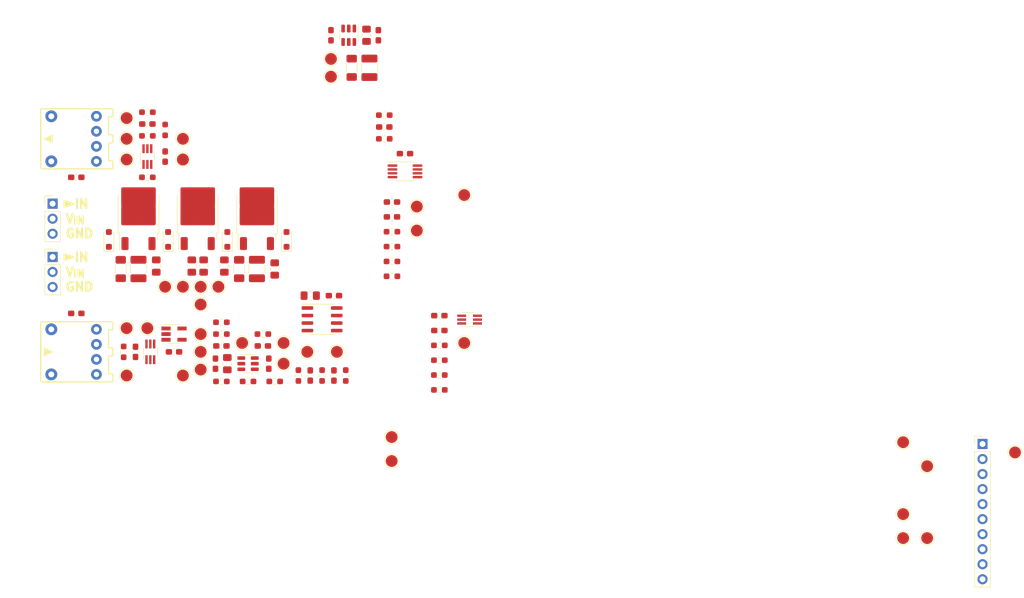
<source format=kicad_pcb>
(kicad_pcb (version 20221018) (generator pcbnew)
  (layers (0 "F.Cu" signal) (31 "B.Cu" signal) (34 "B.Paste" user) (35 "F.Paste" user) (36 "B.SilkS" user "B.Silkscreen") (37 "F.SilkS" user "F.Silkscreen") (38 "B.Mask" user) (39 "F.Mask" user) (44 "Edge.Cuts" user))
  (net 0 "")
  (net 1 "+5V")
  (net 2 "GND")
  (net 3 "/Square Wave Input/LED")
  (net 4 "Net-(C3-Pad2)")
  (net 5 "+3.3V")
  (net 6 "/Integrator Ramp Generator/V_{SERVO}")
  (net 7 "Net-(C7-Pad1)")
  (net 8 "Net-(C7-Pad2)")
  (net 9 "Net-(C8-Pad1)")
  (net 10 "Net-(C9-Pad1)")
  (net 11 "/RAMP")
  (net 12 "Net-(U7A-+)")
  (net 13 "Net-(U7B-+)")
  (net 14 "V_{REF}")
  (net 15 "/PWM to Voltage Converter/PWM_VOLTS")
  (net 16 "Net-(U9B-+)")
  (net 17 "Net-(U9B--)")
  (net 18 "/+5V_ANA")
  (net 19 "Net-(D2-K)")
  (net 20 "Net-(D3-K)")
  (net 21 "Net-(U13-VDD)")
  (net 22 "Net-(U9A-+)")
  (net 23 "Net-(D1-K)")
  (net 24 "/V_{IN}")
  (net 25 "/SQUARE_IN")
  (net 26 "/HALF_V_{REF}")
  (net 27 "/PWM_MAX")
  (net 28 "/PWM_MIN")
  (net 29 "Net-(U1-OUT(OC{slash}TTL))")
  (net 30 "/Square Wave Input/Y")
  (net 31 "/Square Wave Input/TTL")
  (net 32 "Net-(U8-A)")
  (net 33 "Net-(U8-C)")
  (net 34 "Net-(U8-B)")
  (net 35 "Net-(U8-Y)")
  (net 36 "Net-(U6B-~{ENABLE})")
  (net 37 "/Integrator Ramp Generator/SQUARE")
  (footprint "Resistor_SMD:R_0603_1608Metric_Pad0.98x0.95mm_HandSolder" (layer "F.Cu") (at 164.8 85.42)
    (fp_text reference "R15" hide)
    (fp_text value "0R")
    (pad "1" smd roundrect (at -0.9125 0) (size 0.975 0.95) (layers "F.Cu" "F.Paste" "F.Mask") (net 34 "Net-(U8-B)"))
    (pad "2" smd roundrect (at 0.9125 0) (size 0.975 0.95) (layers "F.Cu" "F.Paste" "F.Mask") (net 2 "GND"))
  )
  (footprint "Capacitor_SMD:C_1210_3225Metric_Pad1.33x2.70mm_HandSolder" (layer "F.Cu") (at 153 33.5 90)
    (fp_text reference "C27" hide)
    (fp_text value "22u")
    (pad "1" smd roundrect (at -1.5625 0 90) (size 1.325 2.7) (layers "F.Cu" "F.Paste" "F.Mask") (roundrect_rratio 0.188679) (net 21 "Net-(U13-VDD)"))
    (pad "2" smd roundrect (at 1.5625 0 90) (size 1.325 2.7) (layers "F.Cu" "F.Paste" "F.Mask") (roundrect_rratio 0.188679) (net 2 "GND"))
  )
  (footprint "TestPoint:TestPoint_Pad_D2.0mm" (layer "F.Cu") (at 243.1125 112.97)
    (fp_text reference "TP31" hide)
    (fp_text value "-")
    (pad "1" smd circle (at 0 0) (size 2 2) (layers "F.Cu" "F.Mask") (net 22 "Net-(U9A-+)"))
  )
  (footprint "Capacitor_SMD:C_0603_1608Metric_Pad1.08x0.95mm_HandSolder" (layer "F.Cu") (at 155.5 43.5 180)
    (fp_text reference "C32" hide)
    (fp_text value "100n")
    (pad "1" smd roundrect (at -0.8625 0 180) (size 1.075 0.95) (layers "F.Cu" "F.Paste" "F.Mask") (net 22 "Net-(U9A-+)"))
    (pad "2" smd roundrect (at 0.8625 0 180) (size 1.075 0.95) (layers "F.Cu" "F.Paste" "F.Mask") (net 2 "GND"))
  )
  (footprint "Package_TO_SOT_SMD:SOT-363_SC-70-6_Handsoldering" (layer "F.Cu") (at 116 81.5 90)
    (fp_text reference "U3" hide)
    (fp_text value "74LVC1G97")
    (pad "1" smd rect (at -1.33 -0.65 90) (size 1.5 0.4) (layers "F.Cu" "F.Paste" "F.Mask") (net 29 "Net-(U1-OUT(OC{slash}TTL))"))
    (pad "2" smd rect (at -1.33 0 90) (size 1.5 0.4) (layers "F.Cu" "F.Paste" "F.Mask") (net 2 "GND"))
    (pad "3" smd rect (at -1.33 0.65 90) (size 1.5 0.4) (layers "F.Cu" "F.Paste" "F.Mask") (net 2 "GND"))
    (pad "4" smd rect (at 1.33 0.65 90) (size 1.5 0.4) (layers "F.Cu" "F.Paste" "F.Mask") (net 37 "/Integrator Ramp Generator/SQUARE"))
    (pad "5" smd rect (at 1.33 0 90) (size 1.5 0.4) (layers "F.Cu" "F.Paste" "F.Mask") (net 5 "+3.3V"))
    (pad "6" smd rect (at 1.33 -0.65 90) (size 1.5 0.4) (layers "F.Cu" "F.Paste" "F.Mask") (net 2 "GND"))
  )
  (footprint "Resistor_SMD:R_0603_1608Metric_Pad0.98x0.95mm_HandSolder" (layer "F.Cu") (at 128 78.5)
    (fp_text reference "R7" hide)
    (fp_text value "1.5k")
    (pad "1" smd roundrect (at -0.9125 0) (size 0.975 0.95) (layers "F.Cu" "F.Paste" "F.Mask") (net 8 "Net-(C7-Pad2)"))
    (pad "2" smd roundrect (at 0.9125 0) (size 0.975 0.95) (layers "F.Cu" "F.Paste" "F.Mask") (net 10 "Net-(C9-Pad1)"))
  )
  (footprint "TestPoint:TestPoint_Pad_D2.0mm" (layer "F.Cu") (at 124.5 81.5)
    (fp_text reference "TP14" hide)
    (fp_text value "-")
    (pad "1" smd circle (at 0 0) (size 2 2) (layers "F.Cu" "F.Mask") (net 7 "Net-(C7-Pad1)"))
  )
  (footprint "Capacitor_SMD:C_0603_1608Metric_Pad1.08x0.95mm_HandSolder" (layer "F.Cu") (at 164.8 77.89)
    (fp_text reference "C13" hide)
    (fp_text value "10n")
    (pad "1" smd roundrect (at -0.8625 0) (size 1.075 0.95) (layers "F.Cu" "F.Paste" "F.Mask") (net 15 "/PWM to Voltage Converter/PWM_VOLTS"))
    (pad "2" smd roundrect (at 0.8625 0) (size 1.075 0.95) (layers "F.Cu" "F.Paste" "F.Mask") (net 2 "GND"))
  )
  (footprint "Capacitor_SMD:C_0805_2012Metric_Pad1.18x1.45mm_HandSolder" (layer "F.Cu") (at 143 72 180)
    (fp_text reference "C22" hide)
    (fp_text value "4.7u")
    (pad "1" smd roundrect (at -1.0375 0 180) (size 1.175 1.45) (layers "F.Cu" "F.Paste" "F.Mask") (roundrect_rratio 0.212766) (net 18 "/+5V_ANA"))
    (pad "2" smd roundrect (at 1.0375 0 180) (size 1.175 1.45) (layers "F.Cu" "F.Paste" "F.Mask") (roundrect_rratio 0.212766) (net 2 "GND"))
  )
  (footprint "TestPoint:TestPoint_Pad_D2.0mm" (layer "F.Cu") (at 156.75 95.9)
    (fp_text reference "TP21" hide)
    (fp_text value "-")
    (pad "1" smd circle (at 0 0) (size 2 2) (layers "F.Cu" "F.Mask") (net 27 "/PWM_MAX"))
  )
  (footprint "TestPoint:TestPoint_Pad_D2.0mm" (layer "F.Cu") (at 124.5 84.5)
    (fp_text reference "TP6" hide)
    (fp_text value "-")
    (pad "1" smd circle (at 0 0) (size 2 2) (layers "F.Cu" "F.Mask") (net 2 "GND"))
  )
  (footprint "TestPoint:TestPoint_Pad_D2.0mm" (layer "F.Cu") (at 112 85.5)
    (fp_text reference "TP11" hide)
    (fp_text value "-")
    (pad "1" smd circle (at 0 0) (size 2 2) (layers "F.Cu" "F.Mask") (net 29 "Net-(U1-OUT(OC{slash}TTL))"))
  )
  (footprint "Capacitor_SMD:C_0603_1608Metric_Pad1.08x0.95mm_HandSolder" (layer "F.Cu") (at 127 83.5 90)
    (fp_text reference "C25" hide)
    (fp_text value "100n")
    (pad "1" smd roundrect (at -0.8625 0 90) (size 1.075 0.95) (layers "F.Cu" "F.Paste" "F.Mask") (net 18 "/+5V_ANA"))
    (pad "2" smd roundrect (at 0.8625 0 90) (size 1.075 0.95) (layers "F.Cu" "F.Paste" "F.Mask") (net 2 "GND"))
  )
  (footprint "Diode_SMD:D_SOD-323_HandSoldering" (layer "F.Cu") (at 129 62.5 90)
    (fp_text reference "D4" hide)
    (fp_text value "NSR0340HT1G")
    (pad "1" smd roundrect (at -1.25 0 90) (size 1 1) (layers "F.Cu" "F.Paste" "F.Mask") (net 1 "+5V"))
    (pad "2" smd roundrect (at 1.25 0 90) (size 1 1) (layers "F.Cu" "F.Paste" "F.Mask") (net 5 "+3.3V"))
  )
  (footprint "Capacitor_SMD:C_0603_1608Metric_Pad1.08x0.95mm_HandSolder" (layer "F.Cu") (at 136 83.5 90)
    (fp_text reference "C8" hide)
    (fp_text value "1n")
    (pad "1" smd roundrect (at -0.8625 0 90) (size 1.075 0.95) (layers "F.Cu" "F.Paste" "F.Mask") (net 9 "Net-(C8-Pad1)"))
    (pad "2" smd roundrect (at 0.8625 0 90) (size 1.075 0.95) (layers "F.Cu" "F.Paste" "F.Mask") (net 2 "GND"))
  )
  (footprint "Capacitor_SMD:C_0805_2012Metric_Pad1.18x1.45mm_HandSolder" (layer "F.Cu") (at 129 83.5 90)
    (fp_text reference "C26" hide)
    (fp_text value "4.7u")
    (pad "1" smd roundrect (at -1.0375 0 90) (size 1.175 1.45) (layers "F.Cu" "F.Paste" "F.Mask") (roundrect_rratio 0.212766) (net 18 "/+5V_ANA"))
    (pad "2" smd roundrect (at 1.0375 0 90) (size 1.175 1.45) (layers "F.Cu" "F.Paste" "F.Mask") (roundrect_rratio 0.212766) (net 2 "GND"))
  )
  (footprint "Capacitor_SMD:C_0603_1608Metric_Pad1.08x0.95mm_HandSolder" (layer "F.Cu") (at 135 80.5)
    (fp_text reference "C9" hide)
    (fp_text value "100p")
    (pad "1" smd roundrect (at -0.8625 0) (size 1.075 0.95) (layers "F.Cu" "F.Paste" "F.Mask") (net 10 "Net-(C9-Pad1)"))
    (pad "2" smd roundrect (at 0.8625 0) (size 1.075 0.95) (layers "F.Cu" "F.Paste" "F.Mask") (net 11 "/RAMP"))
  )
  (footprint "TestPoint:TestPoint_Pad_D2.0mm" (layer "F.Cu") (at 124.5 78.5)
    (fp_text reference "TP15" hide)
    (fp_text value "-")
    (pad "1" smd circle (at 0 0) (size 2 2) (layers "F.Cu" "F.Mask") (net 8 "Net-(C7-Pad2)"))
  )
  (footprint "Resistor_SMD:R_1206_3216Metric_Pad1.30x1.75mm_HandSolder" (layer "F.Cu") (at 150 33.5 -90)
    (fp_text reference "R23" hide)
    (fp_text value "250m")
    (pad "1" smd roundrect (at -1.55 0 270) (size 1.3 1.75) (layers "F.Cu" "F.Paste" "F.Mask") (roundrect_rratio 0.192308) (net 18 "/+5V_ANA"))
    (pad "2" smd roundrect (at 1.55 0 270) (size 1.3 1.75) (layers "F.Cu" "F.Paste" "F.Mask") (roundrect_rratio 0.192308) (net 21 "Net-(U13-VDD)"))
  )
  (footprint "Package_TO_SOT_SMD:TO-252-2" (layer "F.Cu") (at 134 58.16 90)
    (fp_text reference "U10" hide)
    (fp_text value "BD50FC0FP-E2")
    (pad "1" smd roundrect (at -5.04 -2.28 90) (size 2.2 1.2) (layers "F.Cu" "F.Paste" "F.Mask") (roundrect_rratio 0.208333) (net 19 "Net-(D2-K)"))
    (pad "2" smd roundrect (at -0.415 -1.525 90) (size 3.05 2.75) (layers "F.Cu" "F.Paste") (roundrect_rratio 0.090909) (net 2 "GND"))
    (pad "2" smd roundrect (at -0.415 1.525 90) (size 3.05 2.75) (layers "F.Cu" "F.Paste") (roundrect_rratio 0.090909) (net 2 "GND"))
    (pad "2" smd roundrect (at 1.26 0 90) (size 6.4 5.8) (layers "F.Cu" "F.Mask") (roundrect_rratio 0.043103) (net 2 "GND"))
    (pad "2" smd roundrect (at 2.935 -1.525 90) (size 3.05 2.75) (layers "F.Cu" "F.Paste") (roundrect_rratio 0.090909) (net 2 "GND"))
    (pad "2" smd roundrect (at 2.935 1.525 90) (size 3.05 2.75) (layers "F.Cu" "F.Paste") (roundrect_rratio 0.090909) (net 2 "GND"))
    (pad "3" smd roundrect (at -5.04 2.28 90) (size 2.2 1.2) (layers "F.Cu" "F.Paste" "F.Mask") (roundrect_rratio 0.208333) (net 18 "/+5V_ANA"))
  )
  (footprint "TestPoint:TestPoint_Pad_D2.0mm" (layer "F.Cu") (at 161 56.95)
    (fp_text reference "TP24" hide)
    (fp_text value "-")
    (pad "1" smd circle (at 0 0) (size 2 2) (layers "F.Cu" "F.Mask") (net 16 "Net-(U9B-+)"))
  )
  (footprint "Resistor_SMD:R_0603_1608Metric_Pad0.98x0.95mm_HandSolder" (layer "F.Cu") (at 135 78.5)
    (fp_text reference "R9" hide)
    (fp_text value "100k")
    (pad "1" smd roundrect (at -0.9125 0) (size 0.975 0.95) (layers "F.Cu" "F.Paste" "F.Mask") (net 10 "Net-(C9-Pad1)"))
    (pad "2" smd roundrect (at 0.9125 0) (size 0.975 0.95) (layers "F.Cu" "F.Paste" "F.Mask") (net 11 "/RAMP"))
  )
  (footprint "Capacitor_SMD:C_0805_2012Metric_Pad1.18x1.45mm_HandSolder" (layer "F.Cu") (at 125 67 90)
    (fp_text reference "C29" hide)
    (fp_text value "4.7u")
    (pad "1" smd roundrect (at -1.0375 0 90) (size 1.175 1.45) (layers "F.Cu" "F.Paste" "F.Mask") (roundrect_rratio 0.212766) (net 5 "+3.3V"))
    (pad "2" smd roundrect (at 1.0375 0 90) (size 1.175 1.45) (layers "F.Cu" "F.Paste" "F.Mask") (roundrect_rratio 0.212766) (net 2 "GND"))
  )
  (footprint "Capacitor_SMD:C_0603_1608Metric_Pad1.08x0.95mm_HandSolder" (layer "F.Cu") (at 103.5 52 180)
    (fp_text reference "C2" hide)
    (fp_text value "100n")
    (pad "1" smd roundrect (at -0.8625 0 180) (size 1.075 0.95) (layers "F.Cu" "F.Paste" "F.Mask") (net 1 "+5V"))
    (pad "2" smd roundrect (at 0.8625 0 180) (size 1.075 0.95) (layers "F.Cu" "F.Paste" "F.Mask") (net 2 "GND"))
  )
  (footprint "Capacitor_SMD:C_0603_1608Metric_Pad1.08x0.95mm_HandSolder" (layer "F.Cu") (at 120 81.5)
    (fp_text reference "C6" hide)
    (fp_text value "10n")
    (pad "1" smd roundrect (at -0.8625 0) (size 1.075 0.95) (layers "F.Cu" "F.Paste" "F.Mask") (net 2 "GND"))
    (pad "2" smd roundrect (at 0.8625 0) (size 1.075 0.95) (layers "F.Cu" "F.Paste" "F.Mask") (net 6 "/Integrator Ramp Generator/V_{SERVO}"))
  )
  (footprint "Resistor_SMD:R_0603_1608Metric_Pad0.98x0.95mm_HandSolder" (layer "F.Cu") (at 141 85.5 -90)
    (fp_text reference "R12" hide)
    (fp_text value "1.5k")
    (pad "1" smd roundrect (at -0.9125 0 270) (size 0.975 0.95) (layers "F.Cu" "F.Paste" "F.Mask") (net 13 "Net-(U7B-+)"))
    (pad "2" smd roundrect (at 0.9125 0 270) (size 0.975 0.95) (layers "F.Cu" "F.Paste" "F.Mask") (net 2 "GND"))
  )
  (footprint "Diode_SMD:D_SOD-323_HandSoldering" (layer "F.Cu") (at 139 62.5 90)
    (fp_text reference "D2" hide)
    (fp_text value "NSR0340HT1G")
    (pad "1" smd roundrect (at -1.25 0 90) (size 1 1) (layers "F.Cu" "F.Paste" "F.Mask") (net 19 "Net-(D2-K)"))
    (pad "2" smd roundrect (at 1.25 0 90) (size 1 1) (layers "F.Cu" "F.Paste" "F.Mask") (net 18 "/+5V_ANA"))
  )
  (footprint "TestPoint:TestPoint_Pad_D2.0mm" (layer "F.Cu") (at 121.5 49)
    (fp_text reference "TP7" hide)
    (fp_text value "-")
    (pad "1" smd circle (at 0 0) (size 2 2) (layers "F.Cu" "F.Mask") (net 2 "GND"))
    (pad "1" smd circle (at 0 0) (size 2 2) (layers "F.Cu" "F.Mask") (net 2 "GND"))
  )
  (footprint "TestPoint:TestPoint_Pad_D2.0mm" (layer "F.Cu") (at 243.1125 96.77)
    (fp_text reference "TP27" hide)
    (fp_text value "-")
    (pad "1" smd circle (at 0 0) (size 2 2) (layers "F.Cu" "F.Mask") (net 23 "Net-(D1-K)"))
  )
  (footprint "TestPoint:TestPoint_Pad_D2.0mm" (layer "F.Cu") (at 121.5 45.5)
    (fp_text reference "TP8" hide)
    (fp_text value "-")
    (pad "1" smd circle (at 0 0) (size 2 2) (layers "F.Cu" "F.Mask") (net 30 "/Square Wave Input/Y"))
  )
  (footprint "Package_TO_SOT_SMD:TO-252-2" (layer "F.Cu") (at 114 58.16 90)
    (fp_text reference "U11" hide)
    (fp_text value "BD50FC0FP-E2")
    (pad "1" smd roundrect (at -5.04 -2.28 90) (size 2.2 1.2) (layers "F.Cu" "F.Paste" "F.Mask") (roundrect_rratio 0.208333) (net 20 "Net-(D3-K)"))
    (pad "2" smd roundrect (at -0.415 -1.525 90) (size 3.05 2.75) (layers "F.Cu" "F.Paste") (roundrect_rratio 0.090909) (net 2 "GND"))
    (pad "2" smd roundrect (at -0.415 1.525 90) (size 3.05 2.75) (layers "F.Cu" "F.Paste") (roundrect_rratio 0.090909) (net 2 "GND"))
    (pad "2" smd roundrect (at 1.26 0 90) (size 6.4 5.8) (layers "F.Cu" "F.Mask") (roundrect_rratio 0.043103) (net 2 "GND"))
    (pad "2" smd roundrect (at 2.935 -1.525 90) (size 3.05 2.75) (layers "F.Cu" "F.Paste") (roundrect_rratio 0.090909) (net 2 "GND"))
    (pad "2" smd roundrect (at 2.935 1.525 90) (size 3.05 2.75) (layers "F.Cu" "F.Paste") (roundrect_rratio 0.090909) (net 2 "GND"))
    (pad "3" smd roundrect (at -5.04 2.28 90) (size 2.2 1.2) (layers "F.Cu" "F.Paste" "F.Mask") (roundrect_rratio 0.208333) (net 1 "+5V"))
  )
  (footprint "Capacitor_SMD:C_0603_1608Metric_Pad1.08x0.95mm_HandSolder" (layer "F.Cu") (at 128 80.5)
    (fp_text reference "C7" hide)
    (fp_text value "10n")
    (pad "1" smd roundrect (at -0.8625 0) (size 1.075 0.95) (layers "F.Cu" "F.Paste" "F.Mask") (net 7 "Net-(C7-Pad1)"))
    (pad "2" smd roundrect (at 0.8625 0) (size 1.075 0.95) (layers "F.Cu" "F.Paste" "F.Mask") (net 8 "Net-(C7-Pad2)"))
  )
  (footprint "TestPoint:TestPoint_Pad_D2.0mm" (layer "F.Cu") (at 138.5 80)
    (fp_text reference "TP18" hide)
    (fp_text value "-")
    (pad "1" smd circle (at 0 0) (size 2 2) (layers "F.Cu" "F.Mask") (net 11 "/RAMP"))
  )
  (footprint "Custom-IC:Broadcom_xFBR_TX" (layer "F.Cu") (at 97.5 45.5 180)
    (fp_text reference "U2" hide)
    (fp_text value "AFBR-1528CZ" hide)
    (pad "1" thru_hole circle (at -9.398 -3.81 180) (size 1.8 1.8) (drill 0.9) (layers "*.Cu" "*.Mask") (net 1 "+5V"))
    (pad "2" thru_hole circle (at -9.398 -1.27 180) (size 1.8 1.8) (drill 0.9) (layers "*.Cu" "*.Mask") (net 3 "/Square Wave Input/LED"))
    (pad "3" thru_hole circle (at -9.398 1.27 180) (size 1.8 1.8) (drill 0.9) (layers "*.Cu" "*.Mask") (net 2 "GND"))
    (pad "4" thru_hole circle (at -9.398 3.81 180) (size 1.8 1.8) (drill 0.9) (layers "*.Cu" "*.Mask") (net 31 "/Square Wave Input/TTL"))
    (pad "5" thru_hole circle (at -1.778 3.81 180) (size 2 2) (drill 1) (layers "*.Cu" "*.Mask"))
    (pad "6" thru_hole circle (at -1.778 -3.81 180) (size 2 2) (drill 1) (layers "*.Cu" "*.Mask"))
  )
  (footprint "TestPoint:TestPoint_Pad_D2.0mm" (layer "F.Cu") (at 147.5 81.5)
    (fp_text reference "TP19" hide)
    (fp_text value "-")
    (pad "1" smd circle (at 0 0) (size 2 2) (layers "F.Cu" "F.Mask") (net 12 "Net-(U7A-+)"))
  )
  (footprint "Capacitor_SMD:C_0603_1608Metric_Pad1.08x0.95mm_HandSolder" (layer "F.Cu") (at 156.8 58.69)
    (fp_text reference "C15" hide)
    (fp_text value "100n")
    (pad "1" smd roundrect (at -0.8625 0) (size 1.075 0.95) (layers "F.Cu" "F.Paste" "F.Mask") (net 17 "Net-(U9B--)"))
    (pad "2" smd roundrect (at 0.8625 0) (size 1.075 0.95) (layers "F.Cu" "F.Paste" "F.Mask") (net 6 "/Integrator Ramp Generator/V_{SERVO}"))
  )
  (footprint "Capacitor_SMD:C_0805_2012Metric_Pad1.18x1.45mm_HandSolder" (layer "F.Cu") (at 128.5 67 90)
    (fp_text reference "C19" hide)
    (fp_text value "4.7u")
    (pad "1" smd roundrect (at -1.0375 0 90) (size 1.175 1.45) (layers "F.Cu" "F.Paste" "F.Mask") (roundrect_rratio 0.212766) (net 19 "Net-(D2-K)"))
    (pad "2" smd roundrect (at 1.0375 0 90) (size 1.175 1.45) (layers "F.Cu" "F.Paste" "F.Mask") (roundrect_rratio 0.212766) (net 2 "GND"))
  )
  (footprint "Custom-IC:Broadcom_xFBR_RX" (layer "F.Cu") (at 97.5 81.5 180)
    (fp_text reference "U1" hide)
    (fp_text value "HFBR-2521Z" hide)
    (pad "1" thru_hole circle (at -9.398 -3.81 180) (size 1.8 1.8) (drill 0.9) (layers "*.Cu" "*.Mask") (net 29 "Net-(U1-OUT(OC{slash}TTL))"))
    (pad "2" thru_hole circle (at -9.398 -1.27 180) (size 1.8 1.8) (drill 0.9) (layers "*.Cu" "*.Mask") (net 2 "GND"))
    (pad "3" thru_hole circle (at -9.398 1.27 180) (size 1.8 1.8) (drill 0.9) (layers "*.Cu" "*.Mask") (net 1 "+5V"))
    (pad "4" thru_hole circle (at -9.398 3.81 180) (size 1.8 1.8) (drill 0.9) (layers "*.Cu" "*.Mask"))
    (pad "5" thru_hole circle (at -1.778 3.81 180) (size 2 2) (drill 1) (layers "*.Cu" "*.Mask"))
    (pad "6" thru_hole circle (at -1.778 -3.81 180) (size 2 2) (drill 1) (layers "*.Cu" "*.Mask"))
  )
  (footprint "Connector_PinHeader_2.54mm:PinHeader_1x03_P2.54mm_Vertical" (layer "F.Cu") (at 99.5 65.46)
    (fp_text reference "J2" hide)
    (fp_text value "Conn_01x03")
    (pad "1" thru_hole rect (at 0 0) (size 1.7 1.7) (drill 1) (layers "*.Cu" "*.Mask") (net 25 "/SQUARE_IN"))
    (pad "2" thru_hole oval (at 0 2.54) (size 1.7 1.7) (drill 1) (layers "*.Cu" "*.Mask") (net 24 "/V_{IN}"))
    (pad "3" thru_hole oval (at 0 5.08) (size 1.7 1.7) (drill 1) (layers "*.Cu" "*.Mask") (net 2 "GND"))
  )
  (footprint "TestPoint:TestPoint_Pad_D2.0mm" (layer "F.Cu") (at 169 55)
    (fp_text reference "TP26" hide)
    (fp_text value "-")
    (pad "1" smd circle (at 0 0) (size 2 2) (layers "F.Cu" "F.Mask") (net 6 "/Integrator Ramp Generator/V_{SERVO}"))
  )
  (footprint "Package_TO_SOT_SMD:SOT-23-6" (layer "F.Cu") (at 149.5 28 -90)
    (fp_text reference "U13" hide)
    (fp_text value "REF3433TIDBVR")
    (pad "1" smd roundrect (at -1.1375 -0.95 270) (size 1.325 0.6) (layers "F.Cu" "F.Paste" "F.Mask") (net 2 "GND"))
    (pad "2" smd roundrect (at -1.1375 0 270) (size 1.325 0.6) (layers "F.Cu" "F.Paste" "F.Mask") (net 2 "GND"))
    (pad "3" smd roundrect (at -1.1375 0.95 270) (size 1.325 0.6) (layers "F.Cu" "F.Paste" "F.Mask") (net 21 "Net-(U13-VDD)"))
    (pad "4" smd roundrect (at 1.1375 0.95 270) (size 1.325 0.6) (layers "F.Cu" "F.Paste" "F.Mask") (net 21 "Net-(U13-VDD)"))
    (pad "5" smd roundrect (at 1.1375 0 270) (size 1.325 0.6) (layers "F.Cu" "F.Paste" "F.Mask") (net 14 "V_{REF}"))
    (pad "6" smd roundrect (at 1.1375 -0.95 270) (size 1.325 0.6) (layers "F.Cu" "F.Paste" "F.Mask") (net 14 "V_{REF}"))
  )
  (footprint "Resistor_SMD:R_1206_3216Metric_Pad1.30x1.75mm_HandSolder" (layer "F.Cu") (at 111 67.5 90)
    (fp_text reference "R22" hide)
    (fp_text value "250m")
    (pad "1" smd roundrect (at -1.55 0 90) (size 1.3 1.75) (layers "F.Cu" "F.Paste" "F.Mask") (roundrect_rratio 0.192308) (net 23 "Net-(D1-K)"))
    (pad "2" smd roundrect (at 1.55 0 90) (size 1.3 1.75) (layers "F.Cu" "F.Paste" "F.Mask") (roundrect_rratio 0.192308) (net 20 "Net-(D3-K)"))
  )
  (footprint "Capacitor_SMD:C_0603_1608Metric_Pad1.08x0.95mm_HandSolder" (layer "F.Cu") (at 156.8 56.18)
    (fp_text reference "C14" hide)
    (fp_text value "100n")
    (pad "1" smd roundrect (at -0.8625 0) (size 1.075 0.95) (layers "F.Cu" "F.Paste" "F.Mask") (net 16 "Net-(U9B-+)"))
    (pad "2" smd roundrect (at 0.8625 0) (size 1.075 0.95) (layers "F.Cu" "F.Paste" "F.Mask") (net 2 "GND"))
  )
  (footprint "Package_TO_SOT_SMD:SOT-363_SC-70-6_Handsoldering" (layer "F.Cu") (at 169.9 76.05)
    (fp_text reference "U8" hide)
    (fp_text value "74LVC1G97")
    (pad "1" smd rect (at -1.33 -0.65) (size 1.5 0.4) (layers "F.Cu" "F.Paste" "F.Mask") (net 34 "Net-(U8-B)"))
    (pad "2" smd rect (at -1.33 0) (size 1.5 0.4) (layers "F.Cu" "F.Paste" "F.Mask") (net 2 "GND"))
    (pad "3" smd rect (at -1.33 0.65) (size 1.5 0.4) (layers "F.Cu" "F.Paste" "F.Mask") (net 32 "Net-(U8-A)"))
    (pad "4" smd rect (at 1.33 0.65) (size 1.5 0.4) (layers "F.Cu" "F.Paste" "F.Mask") (net 35 "Net-(U8-Y)"))
    (pad "5" smd rect (at 1.33 0) (size 1.5 0.4) (layers "F.Cu" "F.Paste" "F.Mask") (net 14 "V_{REF}"))
    (pad "6" smd rect (at 1.33 -0.65) (size 1.5 0.4) (layers "F.Cu" "F.Paste" "F.Mask") (net 33 "Net-(U8-C)"))
  )
  (footprint "Capacitor_SMD:C_0805_2012Metric_Pad1.18x1.45mm_HandSolder" (layer "F.Cu") (at 123 67 90)
    (fp_text reference "C24" hide)
    (fp_text value "4.7u")
    (pad "1" smd roundrect (at -1.0375 0 90) (size 1.175 1.45) (layers "F.Cu" "F.Paste" "F.Mask") (roundrect_rratio 0.212766) (net 1 "+5V"))
    (pad "2" smd roundrect (at 1.0375 0 90) (size 1.175 1.45) (layers "F.Cu" "F.Paste" "F.Mask") (roundrect_rratio 0.212766) (net 2 "GND"))
  )
  (footprint "Resistor_SMD:R_0603_1608Metric_Pad0.98x0.95mm_HandSolder" (layer "F.Cu") (at 164.8 80.4)
    (fp_text reference "R13" hide)
    (fp_text value "0R")
    (pad "1" smd roundrect (at -0.9125 0) (size 0.975 0.95) (layers "F.Cu" "F.Paste" "F.Mask") (net 28 "/PWM_MIN"))
    (pad "2" smd roundrect (at 0.9125 0) (size 0.975 0.95) (layers "F.Cu" "F.Paste" "F.Mask") (net 32 "Net-(U8-A)"))
  )
  (footprint "Capacitor_SMD:C_0805_2012Metric_Pad1.18x1.45mm_HandSolder" (layer "F.Cu") (at 117 67 90)
    (fp_text reference "C20" hide)
    (fp_text value "4.7u")
    (pad "1" smd roundrect (at -1.0375 0 90) (size 1.175 1.45) (layers "F.Cu" "F.Paste" "F.Mask") (roundrect_rratio 0.212766) (net 20 "Net-(D3-K)"))
    (pad "2" smd roundrect (at 1.0375 0 90) (size 1.175 1.45) (layers "F.Cu" "F.Paste" "F.Mask") (roundrect_rratio 0.212766) (net 2 "GND"))
  )
  (footprint "Capacitor_SMD:C_1210_3225Metric_Pad1.33x2.70mm_HandSolder" (layer "F.Cu") (at 114 67.5 90)
    (fp_text reference "C18" hide)
    (fp_text value "22u")
    (pad "1" smd roundrect (at -1.5625 0 90) (size 1.325 2.7) (layers "F.Cu" "F.Paste" "F.Mask") (roundrect_rratio 0.188679) (net 20 "Net-(D3-K)"))
    (pad "2" smd roundrect (at 1.5625 0 90) (size 1.325 2.7) (layers "F.Cu" "F.Paste" "F.Mask") (roundrect_rratio 0.188679) (net 2 "GND"))
  )
  (footprint "Capacitor_SMD:C_0805_2012Metric_Pad1.18x1.45mm_HandSolder" (layer "F.Cu") (at 137 67.5 90)
    (fp_text reference "C23" hide)
    (fp_text value "4.7u")
    (pad "1" smd roundrect (at -1.0375 0 90) (size 1.175 1.45) (layers "F.Cu" "F.Paste" "F.Mask") (roundrect_rratio 0.212766) (net 18 "/+5V_ANA"))
    (pad "2" smd roundrect (at 1.0375 0 90) (size 1.175 1.45) (layers "F.Cu" "F.Paste" "F.Mask") (roundrect_rratio 0.212766) (net 2 "GND"))
  )
  (footprint "Capacitor_SMD:C_0603_1608Metric_Pad1.08x0.95mm_HandSolder" (layer "F.Cu") (at 147 72)
    (fp_text reference "C21" hide)
    (fp_text value "100n")
    (pad "1" smd roundrect (at -0.8625 0) (size 1.075 0.95) (layers "F.Cu" "F.Paste" "F.Mask") (net 18 "/+5V_ANA"))
    (pad "2" smd roundrect (at 0.8625 0) (size 1.075 0.95) (layers "F.Cu" "F.Paste" "F.Mask") (net 2 "GND"))
  )
  (footprint "Capacitor_SMD:C_0603_1608Metric_Pad1.08x0.95mm_HandSolder" (layer "F.Cu") (at 146.5 28 90)
    (fp_text reference "C28" hide)
    (fp_text value "100n")
    (pad "1" smd roundrect (at -0.8625 0 90) (size 1.075 0.95) (layers "F.Cu" "F.Paste" "F.Mask") (net 21 "Net-(U13-VDD)"))
    (pad "2" smd roundrect (at 0.8625 0 90) (size 1.075 0.95) (layers "F.Cu" "F.Paste" "F.Mask") (net 2 "GND"))
  )
  (footprint "TestPoint:TestPoint_Pad_D2.0mm" (layer "F.Cu") (at 124.5 70.5)
    (fp_text reference "TP35" hide)
    (fp_text value "-")
    (pad "1" smd circle (at 0 0) (size 2 2) (layers "F.Cu" "F.Mask") (net 5 "+3.3V"))
  )
  (footprint "Resistor_SMD:R_0603_1608Metric_Pad0.98x0.95mm_HandSolder" (layer "F.Cu") (at 145 85.5 -90)
    (fp_text reference "R11" hide)
    (fp_text value "4.7k")
    (pad "1" smd roundrect (at -0.9125 0 270) (size 0.975 0.95) (layers "F.Cu" "F.Paste" "F.Mask") (net 12 "Net-(U7A-+)"))
    (pad "2" smd roundrect (at 0.9125 0 270) (size 0.975 0.95) (layers "F.Cu" "F.Paste" "F.Mask") (net 13 "Net-(U7B-+)"))
  )
  (footprint "Diode_SMD:D_SOD-323_HandSoldering" (layer "F.Cu") (at 119 62.5 90)
    (fp_text reference "D3" hide)
    (fp_text value "NSR0340HT1G")
    (pad "1" smd roundrect (at -1.25 0 90) (size 1 1) (layers "F.Cu" "F.Paste" "F.Mask") (net 20 "Net-(D3-K)"))
    (pad "2" smd roundrect (at 1.25 0 90) (size 1 1) (layers "F.Cu" "F.Paste" "F.Mask") (net 1 "+5V"))
  )
  (footprint "TestPoint:TestPoint_Pad_D2.0mm" (layer "F.Cu") (at 121.5 70.5)
    (fp_text reference "TP34" hide)
    (fp_text value "-")
    (pad "1" smd circle (at 0 0) (size 2 2) (layers "F.Cu" "F.Mask") (net 1 "+5V"))
  )
  (footprint "Resistor_SMD:R_0603_1608Metric_Pad0.98x0.95mm_HandSolder" (layer "F.Cu") (at 118.5 44 -90)
    (fp_text reference "R4" hide)
    (fp_text value "22R")
    (pad "1" smd roundrect (at -0.9125 0 270) (size 0.975 0.95) (layers "F.Cu" "F.Paste" "F.Mask") (net 4 "Net-(C3-Pad2)"))
    (pad "2" smd roundrect (at 0.9125 0 270) (size 0.975 0.95) (layers "F.Cu" "F.Paste" "F.Mask") (net 30 "/Square Wave Input/Y"))
  )
  (footprint "TestPoint:TestPoint_Pad_D2.0mm" (layer "F.Cu") (at 115.5 77.5)
    (fp_text reference "TP12" hide)
    (fp_text value "-")
    (pad "1" smd circle (at 0 0) (size 2 2) (layers "F.Cu" "F.Mask") (net 37 "/Integrator Ramp Generator/SQUARE"))
  )
  (footprint "Capacitor_SMD:C_0603_1608Metric_Pad1.08x0.95mm_HandSolder" (layer "F.Cu") (at 118.5 48.5 -90)
    (fp_text reference "C5" hide)
    (fp_text value "100n")
    (pad "1" smd roundrect (at -0.8625 0 270) (size 1.075 0.95) (layers "F.Cu" "F.Paste" "F.Mask") (net 1 "+5V"))
    (pad "2" smd roundrect (at 0.8625 0 270) (size 1.075 0.95) (layers "F.Cu" "F.Paste" "F.Mask") (net 2 "GND"))
  )
  (footprint "Resistor_SMD:R_0603_1608Metric_Pad0.98x0.95mm_HandSolder" (layer "F.Cu") (at 156.8 61.2)
    (fp_text reference "R17" hide)
    (fp_text value "4.7k")
    (pad "1" smd roundrect (at -0.9125 0) (size 0.975 0.95) (layers "F.Cu" "F.Paste" "F.Mask") (net 14 "V_{REF}"))
    (pad "2" smd roundrect (at 0.9125 0) (size 0.975 0.95) (layers "F.Cu" "F.Paste" "F.Mask") (net 16 "Net-(U9B-+)"))
  )
  (footprint "TestPoint:TestPoint_Pad_D2.0mm" (layer "F.Cu") (at 121.5 85.5)
    (fp_text reference "TP13" hide)
    (fp_text value "-")
    (pad "1" smd circle (at 0 0) (size 2 2) (layers "F.Cu" "F.Mask") (net 6 "/Integrator Ramp Generator/V_{SERVO}"))
  )
  (footprint "TestPoint:TestPoint_Pad_D2.0mm" (layer "F.Cu") (at 112 45.5)
    (fp_text reference "TP9" hide)
    (fp_text value "-")
    (pad "1" smd circle (at 0 0) (size 2 2) (layers "F.Cu" "F.Mask") (net 3 "/Square Wave Input/LED"))
  )
  (footprint "TestPoint:TestPoint_Pad_D2.0mm" (layer "F.Cu") (at 247.1625 100.82)
    (fp_text reference "TP33" hide)
    (fp_text value "-")
    (pad "1" smd circle (at 0 0) (size 2 2) (layers "F.Cu" "F.Mask") (net 14 "V_{REF}"))
  )
  (footprint "TestPoint:TestPoint_Pad_D2.0mm" (layer "F.Cu") (at 138.5 83.5)
    (fp_text reference "TP17" hide)
    (fp_text value "-")
    (pad "1" smd circle (at 0 0) (size 2 2) (layers "F.Cu" "F.Mask") (net 9 "Net-(C8-Pad1)"))
  )
  (footprint "Resistor_SMD:R_0603_1608Metric_Pad0.98x0.95mm_HandSolder" (layer "F.Cu") (at 155.5 41.5)
    (fp_text reference "R26" hide)
    (fp_text value "4.7k")
    (pad "1" smd roundrect (at -0.9125 0) (size 0.975 0.95) (layers "F.Cu" "F.Paste" "F.Mask") (net 14 "V_{REF}"))
    (pad "2" smd roundrect (at 0.9125 0) (size 0.975 0.95) (layers "F.Cu" "F.Paste" "F.Mask") (net 22 "Net-(U9A-+)"))
  )
  (footprint "Resistor_SMD:R_0603_1608Metric_Pad0.98x0.95mm_HandSolder" (layer "F.Cu") (at 156.8 68.73)
    (fp_text reference "R20" hide)
    (fp_text value "1M")
    (pad "1" smd roundrect (at -0.9125 0) (size 0.975 0.95) (layers "F.Cu" "F.Paste" "F.Mask") (net 17 "Net-(U9B--)"))
    (pad "2" smd roundrect (at 0.9125 0) (size 0.975 0.95) (layers "F.Cu" "F.Paste" "F.Mask") (net 6 "/Integrator Ramp Generator/V_{SERVO}"))
  )
  (footprint "Resistor_SMD:R_0603_1608Metric_Pad0.98x0.95mm_HandSolder" (layer "F.Cu") (at 115.5 52)
    (fp_text reference "R5" hide)
    (fp_text value "1.5k")
    (pad "1" smd roundrect (at -0.9125 0) (size 0.975 0.95) (layers "F.Cu" "F.Paste" "F.Mask") (net 25 "/SQUARE_IN"))
    (pad "2" smd roundrect (at 0.9125 0) (size 0.975 0.95) (layers "F.Cu" "F.Paste" "F.Mask") (net 2 "GND"))
  )
  (footprint "Capacitor_SMD:C_0603_1608Metric_Pad1.08x0.95mm_HandSolder" (layer "F.Cu") (at 154.5 28 90)
    (fp_text reference "C30" hide)
    (fp_text value "100n")
    (pad "1" smd roundrect (at -0.8625 0 90) (size 1.075 0.95) (layers "F.Cu" "F.Paste" "F.Mask") (net 14 "V_{REF}"))
    (pad "2" smd roundrect (at 0.8625 0 90) (size 1.075 0.95) (layers "F.Cu" "F.Paste" "F.Mask") (net 2 "GND"))
  )
  (footprint "TestPoint:TestPoint_Pad_D2.0mm" (layer "F.Cu") (at 156.75 99.95)
    (fp_text reference "TP22" hide)
    (fp_text value "-")
    (pad "1" smd circle (at 0 0) (size 2 2) (layers "F.Cu" "F.Mask") (net 28 "/PWM_MIN"))
  )
  (footprint "TestPoint:TestPoint_Pad_D2.0mm" (layer "F.Cu") (at 262 98.5)
    (fp_text reference "TP3" hide)
    (fp_text value "-")
    (pad "1" smd circle (at 0 0) (size 2 2) (layers "F.Cu" "F.Mask") (net 2 "GND"))
  )
  (footprint "TestPoint:TestPoint_Pad_D2.0mm" (layer "F.Cu") (at 131.5 80)
    (fp_text reference "TP16" hide)
    (fp_text value "-")
    (pad "1" smd circle (at 0 0) (size 2 2) (layers "F.Cu" "F.Mask") (net 10 "Net-(C9-Pad1)"))
  )
  (footprint "TestPoint:TestPoint_Pad_D2.0mm" (layer "F.Cu") (at 112 42)
    (fp_text reference "TP10" hide)
    (fp_text value "-")
    (pad "1" smd circle (at 0 0) (size 2 2) (layers "F.Cu" "F.Mask") (net 31 "/Square Wave Input/TTL"))
  )
  (footprint "Capacitor_SMD:C_0603_1608Metric_Pad1.08x0.95mm_HandSolder" (layer "F.Cu") (at 147 85.5 -90)
    (fp_text reference "C10" hide)
    (fp_text value "100n")
    (pad "1" smd roundrect (at -0.8625 0 270) (size 1.075 0.95) (layers "F.Cu" "F.Paste" "F.Mask") (net 12 "Net-(U7A-+)"))
    (pad "2" smd roundrect (at 0.8625 0 270) (size 1.075 0.95) (layers "F.Cu" "F.Paste" "F.Mask") (net 2 "GND"))
  )
  (footprint "Resistor_SMD:R_1206_3216Metric_Pad1.30x1.75mm_HandSolder" (layer "F.Cu") (at 131 67.5 -90)
    (fp_text reference "R21" hide)
    (fp_text value "250m")
    (pad "1" smd roundrect (at -1.55 0 270) (size 1.3 1.75) (layers "F.Cu" "F.Paste" "F.Mask") (roundrect_rratio 0.192308) (net 23 "Net-(D1-K)"))
    (pad "2" smd roundrect (at 1.55 0 270) (size 1.3 1.75) (layers "F.Cu" "F.Paste" "F.Mask") (roundrect_rratio 0.192308) (net 19 "Net-(D2-K)"))
  )
  (footprint "Resistor_SMD:R_0603_1608Metric_Pad0.98x0.95mm_HandSolder" (layer "F.Cu") (at 155.5 45.5 180)
    (fp_text reference "R27" hide)
    (fp_text value "4.7k")
    (pad "1" smd roundrect (at -0.9125 0 180) (size 0.975 0.95) (layers "F.Cu" "F.Paste" "F.Mask") (net 22 "Net-(U9A-+)"))
    (pad "2" smd roundrect (at 0.9125 0 180) (size 0.975 0.95) (layers "F.Cu" "F.Paste" "F.Mask") (net 2 "GND"))
  )
  (footprint "Connector_PinHeader_2.54mm:PinHeader_1x10_P2.54mm_Vertical" (layer "F.Cu") (at 256.5125 97.07)
    (fp_text reference "J3" hide)
    (fp_text value "Conn_01x10")
    (pad "1" thru_hole rect (at 0 0) (size 1.7 1.7) (drill 1) (layers "*.Cu" "*.Mask") (net 1 "+5V"))
    (pad "2" thru_hole oval (at 0 2.54) (size 1.7 1.7) (drill 1) (layers "*.Cu" "*.Mask") (net 5 "+3.3V"))
    (pad "3" thru_hole oval (at 0 5.08) (size 1.7 1.7) (drill 1) (layers "*.Cu" "*.Mask") (net 14 "V_{REF}"))
    (pad "4" thru_hole oval (at 0 7.62) (size 1.7 1.7) (drill 1) (layers "*.Cu" "*.Mask") (net 26 "/HALF_V_{REF}"))
    (pad "5" thru_hole oval (at 0 10.16) (size 1.7 1.7) (drill 1) (layers "*.Cu" "*.Mask") (net 18 "/+5V_ANA"))
    (pad "6" thru_hole oval (at 0 12.7) (size 1.7 1.7) (drill 1) (layers "*.Cu" "*.Mask") (net 2 "GND"))
    (pad "7" thru_hole oval (at 0 15.24) (size 1.7 1.7) (drill 1) (layers "*.Cu" "*.Mask") (net 27 "/PWM_MAX"))
    (pad "8" thru_hole oval (at 0 17.78) (size 1.7 1.7) (drill 1) (layers "*.Cu" "*.Mask") (net 28 "/PWM_MIN"))
    (pad "9" thru_hole oval (at 0 20.32) (size 1.7 1.7) (drill 1) (layers "*.Cu" "*.Mask") (net 2 "GND"))
    (pad "10" thru_hole oval (at 0 22.86) (size 1.7 1.7) (drill 1) (layers "*.Cu" "*.Mask") (net 11 "/RAMP"))
  )
  (footprint "Package_TO_SOT_SMD:TSOT-23-6" (layer "F.Cu") (at 132.5 83.5 180)
    (fp_text reference "U6" hide)
    (fp_text value "LT6230")
    (pad "1" smd roundrect (at -1.1375 -0.95 180) (size 1.325 0.6) (layers "F.Cu" "F.Paste" "F.Mask") (net 11 "/RAMP"))
    (pad "2" smd roundrect (at -1.1375 0 180) (size 1.325 0.6) (layers "F.Cu" "F.Paste" "F.Mask") (net 2 "GND"))
    (pad "3" smd roundrect (at -1.1375 0.95 180) (size 1.325 0.6) (layers "F.Cu" "F.Paste" "F.Mask") (net 9 "Net-(C8-Pad1)"))
    (pad "4" smd roundrect (at 1.1375 0.95 180) (size 1.325 0.6) (layers "F.Cu" "F.Paste" "F.Mask") (net 10 "Net-(C9-Pad1)"))
    (pad "5" smd roundrect (at 1.1375 0 180) (size 1.325 0.6) (layers "F.Cu" "F.Paste" "F.Mask") (net 36 "Net-(U6B-~{ENABLE})"))
    (pad "6" smd roundrect (at 1.1375 -0.95 180) (size 1.325 0.6) (layers "F.Cu" "F.Paste" "F.Mask") (net 18 "/+5V_ANA"))
  )
  (footprint "TestPoint:TestPoint_Pad_D2.0mm" (layer "F.Cu") (at 146.5 35)
    (fp_text reference "TP32" hide)
    (fp_text value "-")
    (pad "1" smd circle (at 0 0) (size 2 2) (layers "F.Cu" "F.Mask") (net 18 "/+5V_ANA"))
  )
  (footprint "TestPoint:TestPoint_Pad_D2.0mm" (layer "F.Cu") (at 161 61)
    (fp_text reference "TP25" hide)
    (fp_text value "-")
    (pad "1" smd circle (at 0 0) (size 2 2) (layers "F.Cu" "F.Mask") (net 17 "Net-(U9B--)"))
  )
  (footprint "TestPoint:TestPoint_Pad_D2.0mm" (layer "F.Cu") (at 146.5 32)
    (fp_text reference "TP5" hide)
    (fp_text value "-")
    (pad "1" smd circle (at 0 0) (size 2 2) (layers "F.Cu" "F.Mask") (net 2 "GND"))
  )
  (footprint "TestPoint:TestPoint_Pad_D2.0mm" (layer "F.Cu") (at 127.5 70.5)
    (fp_text reference "TP28" hide)
    (fp_text value "-")
    (pad "1" smd circle (at 0 0) (size 2 2) (layers "F.Cu" "F.Mask") (net 19 "Net-(D2-K)"))
  )
  (footprint "TestPoint:TestPoint_Pad_D2.0mm" (layer "F.Cu") (at 169 80)
    (fp_text reference "TP23" hide)
    (fp_text value "-")
    (pad "1" smd circle (at 0 0) (size 2 2) (layers "F.Cu" "F.Mask") (net 15 "/PWM to Voltage Converter/PWM_VOLTS"))
  )
  (footprint "TestPoint:TestPoint_Pad_D2.0mm" (layer "F.Cu") (at 124.5 73.5)
    (fp_text reference "TP4" hide)
    (fp_text value "-")
    (pad "1" smd circle (at 0 0) (size 2 2) (layers "F.Cu" "F.Mask") (net 2 "GND"))
  )
  (footprint "Capacitor_SMD:C_1210_3225Metric_Pad1.33x2.70mm_HandSolder" (layer "F.Cu") (at 134 67.5 90)
    (fp_text reference "C17" hide)
    (fp_text value "22u")
    (pad "1" smd roundrect (at -1.5625 0 90) (size 1.325 2.7) (layers "F.Cu" "F.Paste" "F.Mask") (roundrect_rratio 0.188679) (net 19 "Net-(D2-K)"))
    (pad "2" smd roundrect (at 1.5625 0 90) (size 1.325 2.7) (layers "F.Cu" "F.Paste" "F.Mask") (roundrect_rratio 0.188679) (net 2 "GND"))
  )
  (footprint "Package_SO:SOIC-8_3.9x4.9mm_P1.27mm" (layer "F.Cu") (at 145 76)
    (fp_text reference "U7" hide)
    (fp_text value "TLV3502")
    (pad "1" smd roundrect (at -2.475 -1.905) (size 1.95 0.6) (layers "F.Cu" "F.Paste" "F.Mask") (net 12 "Net-(U7A-+)"))
    (pad "2" smd roundrect (at -2.475 -0.635) (size 1.95 0.6) (layers "F.Cu" "F.Paste" "F.Mask") (net 11 "/RAMP"))
    (pad "3" smd roundrect (at -2.475 0.635) (size 1.95 0.6) (layers "F.Cu" "F.Paste" "F.Mask") (net 13 "Net-(U7B-+)"))
    (pad "4" smd roundrect (at -2.475 1.905) (size 1.95 0.6) (layers "F.Cu" "F.Paste" "F.Mask") (net 11 "/RAMP"))
    (pad "5" smd roundrect (at 2.475 1.905) (size 1.95 0.6) (layers "F.Cu" "F.Paste" "F.Mask") (net 2 "GND"))
    (pad "6" smd roundrect (at 2.475 0.635) (size 1.95 0.6) (layers "F.Cu" "F.Paste" "F.Mask") (net 28 "/PWM_MIN"))
    (pad "7" smd roundrect (at 2.475 -0.635) (size 1.95 0.6) (layers "F.Cu" "F.Paste" "F.Mask") (net 27 "/PWM_MAX"))
    (pad "8" smd roundrect (at 2.475 -1.905) (size 1.95 0.6) (layers "F.Cu" "F.Paste" "F.Mask") (net 18 "/+5V_ANA"))
  )
  (footprint "Capacitor_SMD:C_0603_1608Metric_Pad1.08x0.95mm_HandSolder" (layer "F.Cu") (at 159 48)
    (fp_text reference "C16" hide)
    (fp_text value "100n")
    (pad "1" smd roundrect (at -0.8625 0) (size 1.075 0.95) (layers "F.Cu" "F.Paste" "F.Mask") (net 18 "/+5V_ANA"))
    (pad "2" smd roundrect (at 0.8625 0) (size 1.075 0.95) (layers "F.Cu" "F.Paste" "F.Mask") (net 2 "GND"))
  )
  (footprint "TestPoint:TestPoint_Pad_D2.0mm" (layer "F.Cu") (at 112 77.5)
    (fp_text reference "TP2" hide)
    (fp_text value "-")
    (pad "1" smd circle (at 0 0) (size 2 2) (layers "F.Cu" "F.Mask") (net 2 "GND"))
  )
  (footprint "Capacitor_SMD:C_0603_1608Metric_Pad1.08x0.95mm_HandSolder" (layer "F.Cu") (at 143 85.5 -90)
    (fp_text reference "C11" hide)
    (fp_text value "100n")
    (pad "1" smd roundrect (at -0.8625 0 270) (size 1.075 0.95) (layers "F.Cu" "F.Paste" "F.Mask") (net 13 "Net-(U7B-+)"))
    (pad "2" smd roundrect (at 0.8625 0 270) (size 1.075 0.95) (layers "F.Cu" "F.Paste" "F.Mask") (net 2 "GND"))
  )
  (footprint "Package_TO_SOT_SMD:SOT-363_SC-70-6_Handsoldering" (layer "F.Cu") (at 115.5 48.5 90)
    (fp_text reference "U4" hide)
    (fp_text value "74LVC1G97")
    (pad "1" smd rect (at -1.33 -0.65 90) (size 1.5 0.4) (layers "F.Cu" "F.Paste" "F.Mask") (net 25 "/SQUARE_IN"))
    (pad "2" smd rect (at -1.33 0 90) (size 1.5 0.4) (layers "F.Cu" "F.Paste" "F.Mask") (net 2 "GND"))
    (pad "3" smd rect (at -1.33 0.65 90) (size 1.5 0.4) (layers "F.Cu" "F.Paste" "F.Mask") (net 2 "GND"))
    (pad "4" smd rect (at 1.33 0.65 90) (size 1.5 0.4) (layers "F.Cu" "F.Paste" "F.Mask") (net 30 "/Square Wave Input/Y"))
    (pad "5" smd rect (at 1.33 0 90) (size 1.5 0.4) (layers "F.Cu" "F.Paste" "F.Mask") (net 1 "+5V"))
    (pad "6" smd rect (at 1.33 -0.65 90) (size 1.5 0.4) (layers "F.Cu" "F.Paste" "F.Mask") (net 2 "GND"))
  )
  (footprint "Custom-RLC:DNP_R_0603_1608Metric_Pad0.98x0.95mm_HandSolder" (layer "F.Cu") (at 115.5 41)
    (fp_text reference "R3" hide)
    (fp_text value "DNP" hide)
    (pad "1" smd roundrect (at -0.9125 0) (size 0.975 0.95) (layers "F.Cu" "F.Paste" "F.Mask") (net 31 "/Square Wave Input/TTL"))
    (pad "2" smd roundrect (at 0.9125 0) (size 0.975 0.95) (layers "F.Cu" "F.Paste" "F.Mask") (net 30 "/Square Wave Input/Y"))
  )
  (footprint "Resistor_SMD:R_0603_1608Metric_Pad0.98x0.95mm_HandSolder" (layer "F.Cu") (at 115.5 45)
    (fp_text reference "R2" hide)
    (fp_text value "120R")
    (pad "1" smd roundrect (at -0.9125 0) (size 0.975 0.95) (layers "F.Cu" "F.Paste" "F.Mask") (net 3 "/Square Wave Input/LED"))
    (pad "2" smd roundrect (at 0.9125 0) (size 0.975 0.95) (layers "F.Cu" "F.Paste" "F.Mask") (net 30 "/Square Wave Input/Y"))
  )
  (footprint "Capacitor_SMD:C_0603_1608Metric_Pad1.08x0.95mm_HandSolder" (layer "F.Cu") (at 115.5 43)
    (fp_text reference "C3" hide)
    (fp_text value "100p")
    (pad "1" smd roundrect (at -0.8625 0) (size 1.075 0.95) (layers "F.Cu" "F.Paste" "F.Mask") (net 3 "/Square Wave Input/LED"))
    (pad "2" smd roundrect (at 0.8625 0) (size 1.075 0.95) (layers "F.Cu" "F.Paste" "F.Mask") (net 4 "Net-(C3-Pad2)"))
  )
  (footprint "Diode_SMD:D_SOD-323_HandSoldering" (layer "F.Cu") (at 109 62.5 90)
    (fp_text reference "D1" hide)
    (fp_text value "NSR0340HT1G")
    (pad "1" smd roundrect (at -1.25 0 90) (size 1 1) (layers "F.Cu" "F.Paste" "F.Mask") (net 23 "Net-(D1-K)"))
    (pad "2" smd roundrect (at 1.25 0 90) (size 1 1) (layers "F.Cu" "F.Paste" "F.Mask") (net 24 "/V_{IN}"))
  )
  (footprint "Resistor_SMD:R_0603_1608Metric_Pad0.98x0.95mm_HandSolder" (layer "F.Cu") (at 164.8 82.91)
    (fp_text reference "R14" hide)
    (fp_text value "0R")
    (pad "1" smd roundrect (at -0.9125 0) (size 0.975 0.95) (layers "F.Cu" "F.Paste" "F.Mask") (net 27 "/PWM_MAX"))
    (pad "2" smd roundrect (at 0.9125 0) (size 0.975 0.95) (layers "F.Cu" "F.Paste" "F.Mask") (net 33 "Net-(U8-C)"))
  )
  (footprint "Package_SO:MSOP-8_3x3mm_P0.65mm" (layer "F.Cu") (at 159 51)
    (fp_text reference "U9" hide)
    (fp_text value "AD8602")
    (pad "1" smd roundrect (at -2.1125 -0.975) (size 1.625 0.4) (layers "F.Cu" "F.Paste" "F.Mask") (net 26 "/HALF_V_{REF}"))
    (pad "2" smd roundrect (at -2.1125 -0.325) (size 1.625 0.4) (layers "F.Cu" "F.Paste" "F.Mask") (net 26 "/HALF_V_{REF}"))
    (pad "3" smd roundrect (at -2.1125 0.325) (size 1.625 0.4) (layers "F.Cu" "F.Paste" "F.Mask") (net 22 "Net-(U9A-+)"))
    (pad "4" smd roundrect (at -2.1125 0.975) (size 1.625 0.4) (layers "F.Cu" "F.Paste" "F.Mask") (net 2 "GND"))
    (pad "5" smd roundrect (at 2.1125 0.975) (size 1.625 0.4) (layers "F.Cu" "F.Paste" "F.Mask") (net 16 "Net-(U9B-+)"))
    (pad "6" smd roundrect (at 2.1125 0.325) (size 1.625 0.4) (layers "F.Cu" "F.Paste" "F.Mask") (net 17 "Net-(U9B--)"))
    (pad "7" smd roundrect (at 2.1125 -0.325) (size 1.625 0.4) (layers "F.Cu" "F.Paste" "F.Mask") (net 6 "/Integrator Ramp Generator/V_{SERVO}"))
    (pad "8" smd roundrect (at 2.1125 -0.975) (size 1.625 0.4) (layers "F.Cu" "F.Paste" "F.Mask") (net 18 "/+5V_ANA"))
  )
  (footprint "TestPoint:TestPoint_Pad_D2.0mm" (layer "F.Cu") (at 142.5 81.5)
    (fp_text reference "TP20" hide)
    (fp_text value "-")
    (pad "1" smd circle (at 0 0) (size 2 2) (layers "F.Cu" "F.Mask") (net 13 "Net-(U7B-+)"))
  )
  (footprint "TestPoint:TestPoint_Pad_D2.0mm" (layer "F.Cu") (at 118.5 70.5)
    (fp_text reference "TP29" hide)
    (fp_text value "-")
    (pad "1" smd circle (at 0 0) (size 2 2) (layers "F.Cu" "F.Mask") (net 20 "Net-(D3-K)"))
  )
  (footprint "Resistor_SMD:R_0603_1608Metric_Pad0.98x0.95mm_HandSolder" (layer "F.Cu") (at 149 85.5 90)
    (fp_text reference "R10" hide)
    (fp_text value "1.5k")
    (pad "1" smd roundrect (at -0.9125 0 90) (size 0.975 0.95) (layers "F.Cu" "F.Paste" "F.Mask") (net 14 "V_{REF}"))
    (pad "2" smd roundrect (at 0.9125 0 90) (size 0.975 0.95) (layers "F.Cu" "F.Paste" "F.Mask") (net 12 "Net-(U7A-+)"))
  )
  (footprint "Resistor_SMD:R_0603_1608Metric_Pad0.98x0.95mm_HandSolder" (layer "F.Cu") (at 164.8 87.93)
    (fp_text reference "R16" hide)
    (fp_text value "1.5k")
    (pad "1" smd roundrect (at -0.9125 0) (size 0.975 0.95) (layers "F.Cu" "F.Paste" "F.Mask") (net 35 "Net-(U8-Y)"))
    (pad "2" smd roundrect (at 0.9125 0) (size 0.975 0.95) (layers "F.Cu" "F.Paste" "F.Mask") (net 15 "/PWM to Voltage Converter/PWM_VOLTS"))
  )
  (footprint "Resistor_SMD:R_0603_1608Metric_Pad0.98x0.95mm_HandSolder" (layer "F.Cu") (at 111.5 81.5 -90)
    (fp_text reference "R1" hide)
    (fp_text value "1.5k")
    (pad "1" smd roundrect (at -0.9125 0 270) (size 0.975 0.95) (layers "F.Cu" "F.Paste" "F.Mask") (net 1 "+5V"))
    (pad "2" smd roundrect (at 0.9125 0 270) (size 0.975 0.95) (layers "F.Cu" "F.Paste" "F.Mask") (net 29 "Net-(U1-OUT(OC{slash}TTL))"))
  )
  (footprint "Package_TO_SOT_SMD:SOT-23-5_HandSoldering" (layer "F.Cu") (at 120 78.5)
    (fp_text reference "U5" hide)
    (fp_text value "74LV1T04")
    (pad "1" smd rect (at -1.35 -0.95) (size 1.56 0.65) (layers "F.Cu" "F.Paste" "F.Mask"))
    (pad "2" smd rect (at -1.35 0) (size 1.56 0.65) (layers "F.Cu" "F.Paste" "F.Mask") (net 37 "/Integrator Ramp Generator/SQUARE"))
    (pad "3" smd rect (at -1.35 0.95) (size 1.56 0.65) (layers "F.Cu" "F.Paste" "F.Mask") (net 2 "GND"))
    (pad "4" smd rect (at 1.35 0.95) (size 1.56 0.65) (layers "F.Cu" "F.Paste" "F.Mask") (net 7 "Net-(C7-Pad1)"))
    (pad "5" smd rect (at 1.35 -0.95) (size 1.56 0.65) (layers "F.Cu" "F.Paste" "F.Mask") (net 6 "/Integrator Ramp Generator/V_{SERVO}"))
  )
  (footprint "Capacitor_SMD:C_0603_1608Metric_Pad1.08x0.95mm_HandSolder" (layer "F.Cu") (at 103.5 75 180)
    (fp_text reference "C1" hide)
    (fp_text value "100n")
    (pad "1" smd roundrect (at -0.8625 0 180) (size 1.075 0.95) (layers "F.Cu" "F.Paste" "F.Mask") (net 1 "+5V"))
    (pad "2" smd roundrect (at 0.8625 0 180) (size 1.075 0.95) (layers "F.Cu" "F.Paste" "F.Mask") (net 2 "GND"))
  )
  (footprint "Resistor_SMD:R_0603_1608Metric_Pad0.98x0.95mm_HandSolder" (layer "F.Cu") (at 156.8 63.71)
    (fp_text reference "R18" hide)
    (fp_text value "1.5k")
    (pad "1" smd roundrect (at -0.9125 0) (size 0.975 0.95) (layers "F.Cu" "F.Paste" "F.Mask") (net 16 "Net-(U9B-+)"))
    (pad "2" smd roundrect (at 0.9125 0) (size 0.975 0.95) (layers "F.Cu" "F.Paste" "F.Mask") (net 2 "GND"))
  )
  (footprint "Connector_PinHeader_2.54mm:PinHeader_1x03_P2.54mm_Vertical" (layer "F.Cu") (at 99.5 56.46)
    (fp_text reference "J1" hide)
    (fp_text value "Conn_01x03")
    (pad "1" thru_hole rect (at 0 0) (size 1.7 1.7) (drill 1) (layers "*.Cu" "*.Mask") (net 25 "/SQUARE_IN"))
    (pad "2" thru_hole oval (at 0 2.54) (size 1.7 1.7) (drill 1) (layers "*.Cu" "*.Mask") (net 24 "/V_{IN}"))
    (pad "3" thru_hole oval (at 0 5.08) (size 1.7 1.7) (drill 1) (layers "*.Cu" "*.Mask") (net 2 "GND"))
  )
  (footprint "Capacitor_SMD:C_0805_2012Metric_Pad1.18x1.45mm_HandSolder" (layer "F.Cu") (at 152.5 28 90)
    (fp_text reference "C31" hide)
    (fp_text value "4.7u")
    (pad "1" smd roundrect (at -1.0375 0 90) (size 1.175 1.45) (layers "F.Cu" "F.Paste" "F.Mask") (roundrect_rratio 0.212766) (net 14 "V_{REF}"))
    (pad "2" smd roundrect (at 1.0375 0 90) (size 1.175 1.45) (layers "F.Cu" "F.Paste" "F.Mask") (roundrect_rratio 0.212766) (net 2 "GND"))
  )
  (footprint "TestPoint:TestPoint_Pad_D2.0mm" (layer "F.Cu") (at 243.1125 108.92)
    (fp_text reference "TP30" hide)
    (fp_text value "-")
    (pad "1" smd circle (at 0 0) (size 2 2) (layers "F.Cu" "F.Mask") (net 21 "Net-(U13-VDD)"))
  )
  (footprint "TestPoint:TestPoint_Pad_D2.0mm" (layer "F.Cu") (at 247.1625 112.97)
    (fp_text reference "TP36" hide)
    (fp_text value "-")
    (pad "1" smd circle (at 0 0) (size 2 2) (layers "F.Cu" "F.Mask") (net 26 "/HALF_V_{REF}"))
  )
  (footprint "Resistor_SMD:R_0603_1608Metric_Pad0.98x0.95mm_HandSolder" (layer "F.Cu") (at 137 86.5 180)
    (fp_text reference "R8" hide)
    (fp_text value "10k")
    (pad "1" smd roundrect (at -0.9125 0 180) (size 0.975 0.95) (layers "F.Cu" "F.Paste" "F.Mask") (net 26 "/HALF_V_{REF}"))
    (pad "2" smd roundrect (at 0.9125 0 180) (size 0.975 0.95) (layers "F.Cu" "F.Paste" "F.Mask") (net 9 "Net-(C8-Pad1)"))
  )
  (footprint "Resistor_SMD:R_0603_1608Metric_Pad0.98x0.95mm_HandSolder" (layer "F.Cu") (at 156.8 66.22)
    (fp_text reference "R19" hide)
    (fp_text value "10k")
    (pad "1" smd roundrect (at -0.9125 0) (size 0.975 0.95) (layers "F.Cu" "F.Paste" "F.Mask") (net 15 "/PWM to Voltage Converter/PWM_VOLTS"))
    (pad "2" smd roundrect (at 0.9125 0) (size 0.975 0.95) (layers "F.Cu" "F.Paste" "F.Mask") (net 17 "Net-(U9B--)"))
  )
  (footprint "TestPoint:TestPoint_Pad_D2.0mm" (layer "F.Cu") (at 112 49)
    (fp_text reference "TP1" hide)
    (fp_text value "-")
    (pad "1" smd circle (at 0 0) (size 2 2) (layers "F.Cu" "F.Mask") (net 2 "GND"))
  )
  (footprint "Resistor_SMD:R_0603_1608Metric_Pad0.98x0.95mm_HandSolder" (layer "F.Cu") (at 132.5 86.5 180)
    (fp_text reference "R25" hide)
    (fp_text value "0R")
    (pad "1" smd roundrect (at -0.9125 0 180) (size 0.975 0.95) (layers "F.Cu" "F.Paste" "F.Mask") (net 2 "GND"))
    (pad "2" smd roundrect (at 0.9125 0 180) (size 0.975 0.95) (layers "F.Cu" "F.Paste" "F.Mask") (net 36 "Net-(U6B-~{ENABLE})"))
  )
  (footprint "Capacitor_SMD:C_0603_1608Metric_Pad1.08x0.95mm_HandSolder" (layer "F.Cu") (at 164.8 75.38)
    (fp_text reference "C12" hide)
    (fp_text value "100n")
    (pad "1" smd roundrect (at -0.8625 0) (size 1.075 0.95) (layers "F.Cu" "F.Paste" "F.Mask") (net 14 "V_{REF}"))
    (pad "2" smd roundrect (at 0.8625 0) (size 1.075 0.95) (layers "F.Cu" "F.Paste" "F.Mask") (net 2 "GND"))
  )
  (footprint "Custom-RLC:DNP_R_0603_1608Metric_Pad0.98x0.95mm_HandSolder" (layer "F.Cu") (at 128 86.5)
    (fp_text reference "R24" hide)
    (fp_text value "DNP" hide)
    (pad "1" smd roundrect (at -0.9125 0) (size 0.975 0.95) (layers "F.Cu" "F.Paste" "F.Mask") (net 18 "/+5V_ANA"))
    (pad "2" smd roundrect (at 0.9125 0) (size 0.975 0.95) (layers "F.Cu" "F.Paste" "F.Mask") (net 36 "Net-(U6B-~{ENABLE})"))
  )
  (footprint "Package_TO_SOT_SMD:TO-252-2" (layer "F.Cu") (at 124 58.16 90)
    (fp_text reference "U12" hide)
    (fp_text value "BD33FC0FP-E2")
    (pad "1" smd roundrect (at -5.04 -2.28 90) (size 2.2 1.2) (layers "F.Cu" "F.Paste" "F.Mask") (roundrect_rratio 0.208333) (net 1 "+5V"))
    (pad "2" smd roundrect (at -0.415 -1.525 90) (size 3.05 2.75) (layers "F.Cu" "F.Paste") (roundrect_rratio 0.090909) (net 2 "GND"))
    (pad "2" smd roundrect (at -0.415 1.525 90) (size 3.05 2.75) (layers "F.Cu" "F.Paste") (roundrect_rratio 0.090909) (net 2 "GND"))
    (pad "2" smd roundrect (at 1.26 0 90) (size 6.4 5.8) (layers "F.Cu" "F.Mask") (roundrect_rratio 0.043103) (net 2 "GND"))
    (pad "2" smd roundrect (at 2.935 -1.525 90) (size 3.05 2.75) (layers "F.Cu" "F.Paste") (roundrect_rratio 0.090909) (net 2 "GND"))
    (pad "2" smd roundrect (at 2.935 1.525 90) (size 3.05 2.75) (layers "F.Cu" "F.Paste") (roundrect_rratio 0.090909) (net 2 "GND"))
    (pad "3" smd roundrect (at -5.04 2.28 90) (size 2.2 1.2) (layers "F.Cu" "F.Paste" "F.Mask") (roundrect_rratio 0.208333) (net 5 "+3.3V"))
  )
  (footprint "Capacitor_SMD:C_0603_1608Metric_Pad1.08x0.95mm_HandSolder" (layer "F.Cu") (at 113.5 81.5 -90)
    (fp_text reference "C4" hide)
    (fp_text value "100n")
    (pad "1" smd roundrect (at -0.8625 0 270) (size 1.075 0.95) (layers "F.Cu" "F.Paste" "F.Mask") (net 5 "+3.3V"))
    (pad "2" smd roundrect (at 0.8625 0 270) (size 1.075 0.95) (layers "F.Cu" "F.Paste" "F.Mask") (net 2 "GND"))
  )
  (footprint "Resistor_SMD:R_0603_1608Metric_Pad0.98x0.95mm_HandSolder" (layer "F.Cu") (at 128 76.5)
    (fp_text reference "R6" hide)
    (fp_text value "10k")
    (pad "1" smd roundrect (at -0.9125 0) (size 0.975 0.95) (layers "F.Cu" "F.Paste" "F.Mask") (net 8 "Net-(C7-Pad2)"))
    (pad "2" smd roundrect (at 0.9125 0) (size 0.975 0.95) (layers "F.Cu" "F.Paste" "F.Mask") (net 26 "/HALF_V_{REF}"))
  )
  (gr_poly (pts (xy 101.5 56) (xy 101.5 57) (xy 103 56.5)) (stroke (width 0.3)) (fill solid) (layer "F.SilkS"))
  (gr_poly (pts (xy 101.5 65) (xy 101.5 66) (xy 103 65.5)) (stroke (width 0.3)) (fill solid) (layer "F.SilkS"))
  (gr_text "GND" (at 101.5 61.5) (layer "F.SilkS") (effects (font (size 1.5 1.5) (thickness 0.375) bold) (justify left)))
  (gr_text "IN" (at 103 65.5) (layer "F.SilkS") (effects (font (size 1.5 1.5) (thickness 0.375) bold) (justify left)))
  (gr_text "V_{IN}" (at 101.5 68) (layer "F.SilkS") (effects (font (size 1.5 1.5) (thickness 0.375) bold) (justify left)))
  (gr_text "V_{IN}" (at 101.5 59) (layer "F.SilkS") (effects (font (size 1.5 1.5) (thickness 0.375) bold) (justify left)))
  (gr_text "IN" (at 103 56.5) (layer "F.SilkS") (effects (font (size 1.5 1.5) (thickness 0.375) bold) (justify left)))
  (gr_text "GND" (at 101.5 70.5) (layer "F.SilkS") (effects (font (size 1.5 1.5) (thickness 0.375) bold) (justify left)))
)
</source>
